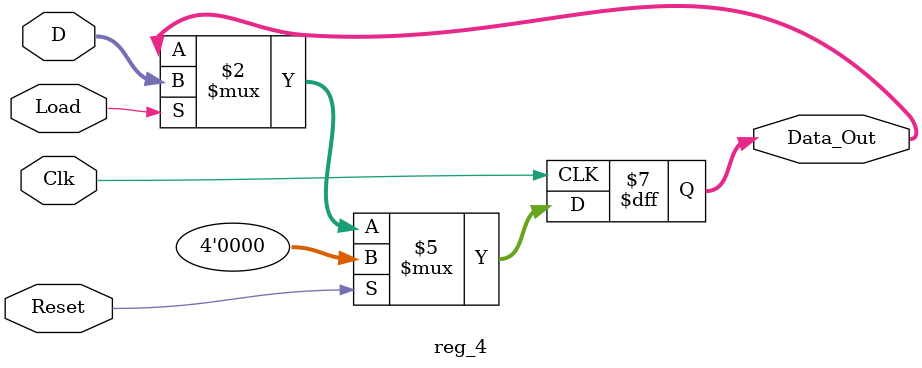
<source format=sv>
module reg_4 (input  logic Clk, Reset, Load,
              input  logic [3:0]  D,
              output logic [3:0]  Data_Out);

    always_ff @ (posedge Clk)
    begin
	 	 if (Reset) //notice, this is a sycnrhonous reset, which is recommended on the FPGA
			  Data_Out <= 4'h0;
		 else if (Load)
			  Data_Out <= D;
    end

endmodule

</source>
